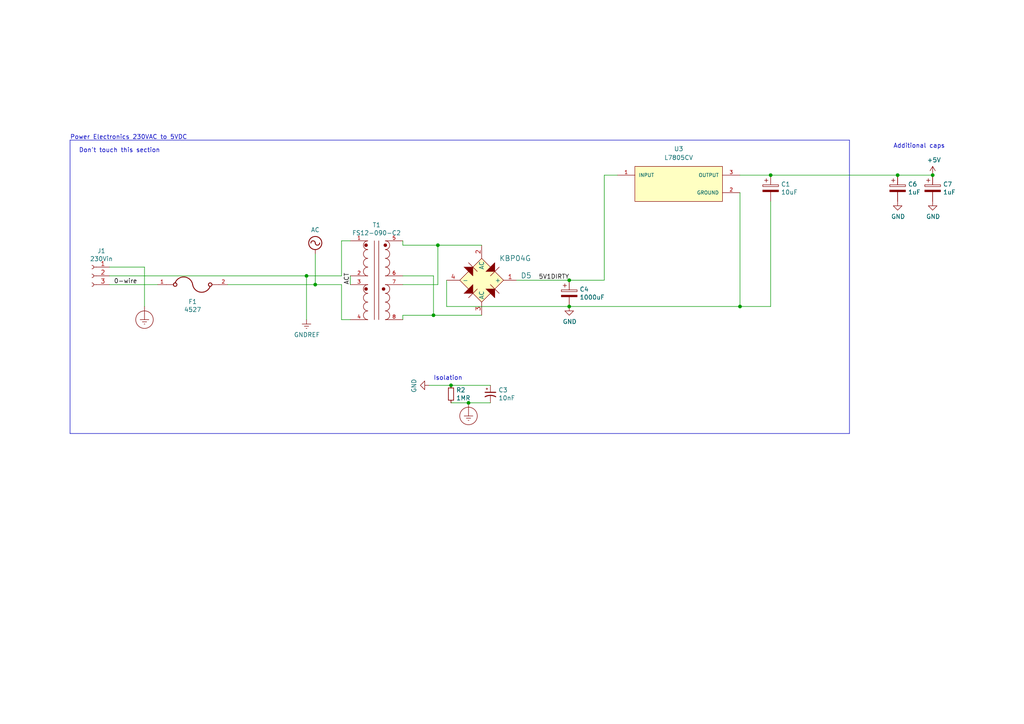
<source format=kicad_sch>
(kicad_sch (version 20230121) (generator eeschema)

  (uuid 94d62874-a2ab-4da0-9e73-06ab582cd001)

  (paper "A4")

  (lib_symbols
    (symbol "Connector:Conn_01x03_Female" (pin_names (offset 1.016) hide) (in_bom yes) (on_board yes)
      (property "Reference" "J" (at 0 5.08 0)
        (effects (font (size 1.27 1.27)))
      )
      (property "Value" "Connector_Conn_01x03_Female" (at 0 -5.08 0)
        (effects (font (size 1.27 1.27)))
      )
      (property "Footprint" "" (at 0 0 0)
        (effects (font (size 1.27 1.27)) hide)
      )
      (property "Datasheet" "" (at 0 0 0)
        (effects (font (size 1.27 1.27)) hide)
      )
      (property "ki_fp_filters" "Connector*:*_1x??_*" (at 0 0 0)
        (effects (font (size 1.27 1.27)) hide)
      )
      (symbol "Conn_01x03_Female_1_1"
        (arc (start 0 -2.032) (mid -0.5058 -2.54) (end 0 -3.048)
          (stroke (width 0.1524) (type solid))
          (fill (type none))
        )
        (polyline
          (pts
            (xy -1.27 -2.54)
            (xy -0.508 -2.54)
          )
          (stroke (width 0.1524) (type solid))
          (fill (type none))
        )
        (polyline
          (pts
            (xy -1.27 0)
            (xy -0.508 0)
          )
          (stroke (width 0.1524) (type solid))
          (fill (type none))
        )
        (polyline
          (pts
            (xy -1.27 2.54)
            (xy -0.508 2.54)
          )
          (stroke (width 0.1524) (type solid))
          (fill (type none))
        )
        (arc (start 0 0.508) (mid -0.5058 0) (end 0 -0.508)
          (stroke (width 0.1524) (type solid))
          (fill (type none))
        )
        (arc (start 0 3.048) (mid -0.5058 2.54) (end 0 2.032)
          (stroke (width 0.1524) (type solid))
          (fill (type none))
        )
        (pin passive line (at -5.08 2.54 0) (length 3.81)
          (name "Pin_1" (effects (font (size 1.27 1.27))))
          (number "1" (effects (font (size 1.27 1.27))))
        )
        (pin passive line (at -5.08 0 0) (length 3.81)
          (name "Pin_2" (effects (font (size 1.27 1.27))))
          (number "2" (effects (font (size 1.27 1.27))))
        )
        (pin passive line (at -5.08 -2.54 0) (length 3.81)
          (name "Pin_3" (effects (font (size 1.27 1.27))))
          (number "3" (effects (font (size 1.27 1.27))))
        )
      )
    )
    (symbol "Device:R_Small" (pin_numbers hide) (pin_names (offset 0.254) hide) (in_bom yes) (on_board yes)
      (property "Reference" "R" (at 0.762 0.508 0)
        (effects (font (size 1.27 1.27)) (justify left))
      )
      (property "Value" "R_Small" (at 0.762 -1.016 0)
        (effects (font (size 1.27 1.27)) (justify left))
      )
      (property "Footprint" "" (at 0 0 0)
        (effects (font (size 1.27 1.27)) hide)
      )
      (property "Datasheet" "~" (at 0 0 0)
        (effects (font (size 1.27 1.27)) hide)
      )
      (property "ki_keywords" "R resistor" (at 0 0 0)
        (effects (font (size 1.27 1.27)) hide)
      )
      (property "ki_description" "Resistor, small symbol" (at 0 0 0)
        (effects (font (size 1.27 1.27)) hide)
      )
      (property "ki_fp_filters" "R_*" (at 0 0 0)
        (effects (font (size 1.27 1.27)) hide)
      )
      (symbol "R_Small_0_1"
        (rectangle (start -0.762 1.778) (end 0.762 -1.778)
          (stroke (width 0.2032) (type default))
          (fill (type none))
        )
      )
      (symbol "R_Small_1_1"
        (pin passive line (at 0 2.54 270) (length 0.762)
          (name "~" (effects (font (size 1.27 1.27))))
          (number "1" (effects (font (size 1.27 1.27))))
        )
        (pin passive line (at 0 -2.54 90) (length 0.762)
          (name "~" (effects (font (size 1.27 1.27))))
          (number "2" (effects (font (size 1.27 1.27))))
        )
      )
    )
    (symbol "FS12-090-C2:FS12-090-C2" (pin_names (offset 1.016) hide) (in_bom yes) (on_board yes)
      (property "Reference" "T" (at -5.1054 12.7254 0)
        (effects (font (size 1.27 1.27)) (justify left bottom))
      )
      (property "Value" "FS12-090-C2" (at -5.08 -15.24 0)
        (effects (font (size 1.27 1.27)) (justify left bottom))
      )
      (property "Footprint" "XFMR_FS12-090-C2" (at 0 0 0)
        (effects (font (size 1.27 1.27)) (justify left bottom) hide)
      )
      (property "Datasheet" "" (at 0 0 0)
        (effects (font (size 1.27 1.27)) (justify left bottom) hide)
      )
      (property "STANDARD" "Manufacturer Recommendations" (at 0 0 0)
        (effects (font (size 1.27 1.27)) (justify left bottom) hide)
      )
      (property "PARTREV" "N/A" (at 0 0 0)
        (effects (font (size 1.27 1.27)) (justify left bottom) hide)
      )
      (property "MANUFACTURER" "Triad Magnetics" (at 0 0 0)
        (effects (font (size 1.27 1.27)) (justify left bottom) hide)
      )
      (property "ki_locked" "" (at 0 0 0)
        (effects (font (size 1.27 1.27)))
      )
      (symbol "FS12-090-C2_0_0"
        (circle (center -3.048 -3.81) (radius 0.254)
          (stroke (width 0.508) (type solid))
          (fill (type none))
        )
        (circle (center -3.048 8.89) (radius 0.254)
          (stroke (width 0.508) (type solid))
          (fill (type none))
        )
        (arc (start -2.54 -10.16) (mid -3.8045 -11.43) (end -2.54 -12.7)
          (stroke (width 0.1524) (type solid))
          (fill (type none))
        )
        (arc (start -2.54 -7.62) (mid -3.8045 -8.89) (end -2.54 -10.16)
          (stroke (width 0.1524) (type solid))
          (fill (type none))
        )
        (arc (start -2.54 -5.08) (mid -3.8045 -6.35) (end -2.54 -7.62)
          (stroke (width 0.1524) (type solid))
          (fill (type none))
        )
        (arc (start -2.54 -2.54) (mid -3.8045 -3.81) (end -2.54 -5.08)
          (stroke (width 0.1524) (type solid))
          (fill (type none))
        )
        (arc (start -2.54 2.54) (mid -3.8045 1.27) (end -2.54 0)
          (stroke (width 0.1524) (type solid))
          (fill (type none))
        )
        (arc (start -2.54 5.08) (mid -3.8045 3.81) (end -2.54 2.54)
          (stroke (width 0.1524) (type solid))
          (fill (type none))
        )
        (arc (start -2.54 7.62) (mid -3.8045 6.35) (end -2.54 5.08)
          (stroke (width 0.1524) (type solid))
          (fill (type none))
        )
        (arc (start -2.54 10.16) (mid -3.8045 8.89) (end -2.54 7.62)
          (stroke (width 0.1524) (type solid))
          (fill (type none))
        )
        (polyline
          (pts
            (xy -0.635 10.16)
            (xy -0.635 -12.7)
          )
          (stroke (width 0.1524) (type solid))
          (fill (type none))
        )
        (polyline
          (pts
            (xy 0.635 10.16)
            (xy 0.635 -12.7)
          )
          (stroke (width 0.1524) (type solid))
          (fill (type none))
        )
        (circle (center 2.032 -3.81) (radius 0.254)
          (stroke (width 0.508) (type solid))
          (fill (type none))
        )
        (arc (start 2.54 -12.7) (mid 3.8045 -11.43) (end 2.54 -10.16)
          (stroke (width 0.1524) (type solid))
          (fill (type none))
        )
        (arc (start 2.54 -10.16) (mid 3.8045 -8.89) (end 2.54 -7.62)
          (stroke (width 0.1524) (type solid))
          (fill (type none))
        )
        (arc (start 2.54 -7.62) (mid 3.8045 -6.35) (end 2.54 -5.08)
          (stroke (width 0.1524) (type solid))
          (fill (type none))
        )
        (arc (start 2.54 -5.08) (mid 3.8045 -3.81) (end 2.54 -2.54)
          (stroke (width 0.1524) (type solid))
          (fill (type none))
        )
        (arc (start 2.54 0) (mid 3.8045 1.27) (end 2.54 2.54)
          (stroke (width 0.1524) (type solid))
          (fill (type none))
        )
        (arc (start 2.54 2.54) (mid 3.8045 3.81) (end 2.54 5.08)
          (stroke (width 0.1524) (type solid))
          (fill (type none))
        )
        (arc (start 2.54 5.08) (mid 3.8045 6.35) (end 2.54 7.62)
          (stroke (width 0.1524) (type solid))
          (fill (type none))
        )
        (arc (start 2.54 7.62) (mid 3.8045 8.89) (end 2.54 10.16)
          (stroke (width 0.1524) (type solid))
          (fill (type none))
        )
        (circle (center 2.54 8.89) (radius 0.254)
          (stroke (width 0.508) (type solid))
          (fill (type none))
        )
        (pin passive line (at -7.62 10.16 0) (length 5.08)
          (name "~" (effects (font (size 1.016 1.016))))
          (number "1" (effects (font (size 1.016 1.016))))
        )
        (pin passive line (at -7.62 0 0) (length 5.08)
          (name "~" (effects (font (size 1.016 1.016))))
          (number "2" (effects (font (size 1.016 1.016))))
        )
        (pin passive line (at -7.62 -2.54 0) (length 5.08)
          (name "~" (effects (font (size 1.016 1.016))))
          (number "3" (effects (font (size 1.016 1.016))))
        )
        (pin passive line (at -7.62 -12.7 0) (length 5.08)
          (name "~" (effects (font (size 1.016 1.016))))
          (number "4" (effects (font (size 1.016 1.016))))
        )
        (pin passive line (at 7.62 10.16 180) (length 5.08)
          (name "~" (effects (font (size 1.016 1.016))))
          (number "5" (effects (font (size 1.016 1.016))))
        )
        (pin passive line (at 7.62 0 180) (length 5.08)
          (name "~" (effects (font (size 1.016 1.016))))
          (number "6" (effects (font (size 1.016 1.016))))
        )
        (pin passive line (at 7.62 -2.54 180) (length 5.08)
          (name "~" (effects (font (size 1.016 1.016))))
          (number "7" (effects (font (size 1.016 1.016))))
        )
        (pin passive line (at 7.62 -12.7 180) (length 5.08)
          (name "~" (effects (font (size 1.016 1.016))))
          (number "8" (effects (font (size 1.016 1.016))))
        )
      )
    )
    (symbol "L7805CV:L7805CV" (pin_names (offset 1.016)) (in_bom yes) (on_board yes)
      (property "Reference" "U" (at -12.7 5.842 0)
        (effects (font (size 1.27 1.27)) (justify left bottom))
      )
      (property "Value" "L7805CV" (at -12.7 -7.62 0)
        (effects (font (size 1.27 1.27)) (justify left bottom))
      )
      (property "Footprint" "L7805CV:TO255P1040X460X1968-3" (at 0 0 0)
        (effects (font (size 1.27 1.27)) (justify bottom) hide)
      )
      (property "Datasheet" "" (at 0 0 0)
        (effects (font (size 1.27 1.27)) hide)
      )
      (property "MF" "STMicroelectronics" (at 0 0 0)
        (effects (font (size 1.27 1.27)) (justify bottom) hide)
      )
      (property "Description" "\n                        \n                            Linear Voltage Regulator IC Positive Fixed 1 Output  1.5A TO-220\n                        \n" (at 0 0 0)
        (effects (font (size 1.27 1.27)) (justify bottom) hide)
      )
      (property "Package" "TO-220-3 STMicroelectronics" (at 0 0 0)
        (effects (font (size 1.27 1.27)) (justify bottom) hide)
      )
      (property "Price" "None" (at 0 0 0)
        (effects (font (size 1.27 1.27)) (justify bottom) hide)
      )
      (property "Check_prices" "https://www.snapeda.com/parts/L7805C-V/STMicroelectronics/view-part/?ref=eda" (at 0 0 0)
        (effects (font (size 1.27 1.27)) (justify bottom) hide)
      )
      (property "STANDARD" "IPC-7351B" (at 0 0 0)
        (effects (font (size 1.27 1.27)) (justify bottom) hide)
      )
      (property "PARTREV" "36" (at 0 0 0)
        (effects (font (size 1.27 1.27)) (justify bottom) hide)
      )
      (property "SnapEDA_Link" "https://www.snapeda.com/parts/L7805C-V/STMicroelectronics/view-part/?ref=snap" (at 0 0 0)
        (effects (font (size 1.27 1.27)) (justify bottom) hide)
      )
      (property "MP" "L7805C-V" (at 0 0 0)
        (effects (font (size 1.27 1.27)) (justify bottom) hide)
      )
      (property "Availability" "In Stock" (at 0 0 0)
        (effects (font (size 1.27 1.27)) (justify bottom) hide)
      )
      (property "MANUFACTURER" "STMicroelectronics" (at 0 0 0)
        (effects (font (size 1.27 1.27)) (justify bottom) hide)
      )
      (symbol "L7805CV_0_0"
        (rectangle (start -12.7 -5.08) (end 12.7 5.08)
          (stroke (width 0.1524) (type default))
          (fill (type background))
        )
        (pin input line (at -17.78 2.54 0) (length 5.08)
          (name "INPUT" (effects (font (size 1.016 1.016))))
          (number "1" (effects (font (size 1.016 1.016))))
        )
        (pin power_in line (at 17.78 -2.54 180) (length 5.08)
          (name "GROUND" (effects (font (size 1.016 1.016))))
          (number "2" (effects (font (size 1.016 1.016))))
        )
        (pin output line (at 17.78 2.54 180) (length 5.08)
          (name "OUTPUT" (effects (font (size 1.016 1.016))))
          (number "3" (effects (font (size 1.016 1.016))))
        )
      )
    )
    (symbol "power:+5V" (power) (pin_names (offset 0)) (in_bom yes) (on_board yes)
      (property "Reference" "#PWR" (at 0 -3.81 0)
        (effects (font (size 1.27 1.27)) hide)
      )
      (property "Value" "+5V" (at 0 3.556 0)
        (effects (font (size 1.27 1.27)))
      )
      (property "Footprint" "" (at 0 0 0)
        (effects (font (size 1.27 1.27)) hide)
      )
      (property "Datasheet" "" (at 0 0 0)
        (effects (font (size 1.27 1.27)) hide)
      )
      (property "ki_keywords" "global power" (at 0 0 0)
        (effects (font (size 1.27 1.27)) hide)
      )
      (property "ki_description" "Power symbol creates a global label with name \"+5V\"" (at 0 0 0)
        (effects (font (size 1.27 1.27)) hide)
      )
      (symbol "+5V_0_1"
        (polyline
          (pts
            (xy -0.762 1.27)
            (xy 0 2.54)
          )
          (stroke (width 0) (type default))
          (fill (type none))
        )
        (polyline
          (pts
            (xy 0 0)
            (xy 0 2.54)
          )
          (stroke (width 0) (type default))
          (fill (type none))
        )
        (polyline
          (pts
            (xy 0 2.54)
            (xy 0.762 1.27)
          )
          (stroke (width 0) (type default))
          (fill (type none))
        )
      )
      (symbol "+5V_1_1"
        (pin power_in line (at 0 0 90) (length 0) hide
          (name "+5V" (effects (font (size 1.27 1.27))))
          (number "1" (effects (font (size 1.27 1.27))))
        )
      )
    )
    (symbol "power:AC" (power) (pin_names (offset 0)) (in_bom yes) (on_board yes)
      (property "Reference" "#PWR" (at 0 -2.54 0)
        (effects (font (size 1.27 1.27)) hide)
      )
      (property "Value" "AC" (at 0 6.35 0)
        (effects (font (size 1.27 1.27)))
      )
      (property "Footprint" "" (at 0 0 0)
        (effects (font (size 1.27 1.27)) hide)
      )
      (property "Datasheet" "" (at 0 0 0)
        (effects (font (size 1.27 1.27)) hide)
      )
      (property "ki_keywords" "global power" (at 0 0 0)
        (effects (font (size 1.27 1.27)) hide)
      )
      (property "ki_description" "Power symbol creates a global label with name \"AC\"" (at 0 0 0)
        (effects (font (size 1.27 1.27)) hide)
      )
      (symbol "AC_0_1"
        (polyline
          (pts
            (xy 0 0)
            (xy 0 1.27)
          )
          (stroke (width 0) (type default))
          (fill (type none))
        )
        (arc (start 0 3.175) (mid -0.635 3.8073) (end -1.27 3.175)
          (stroke (width 0.254) (type default))
          (fill (type none))
        )
        (arc (start 0 3.175) (mid 0.635 2.5427) (end 1.27 3.175)
          (stroke (width 0.254) (type default))
          (fill (type none))
        )
        (circle (center 0 3.175) (radius 1.905)
          (stroke (width 0.254) (type default))
          (fill (type none))
        )
      )
      (symbol "AC_1_1"
        (pin power_in line (at 0 0 90) (length 0) hide
          (name "AC" (effects (font (size 1.27 1.27))))
          (number "1" (effects (font (size 1.27 1.27))))
        )
      )
    )
    (symbol "power:Earth_Protective" (power) (pin_names (offset 0)) (in_bom yes) (on_board yes)
      (property "Reference" "#PWR" (at 6.35 -6.35 0)
        (effects (font (size 1.27 1.27)) hide)
      )
      (property "Value" "Earth_Protective" (at 11.43 -3.81 0)
        (effects (font (size 1.27 1.27)) hide)
      )
      (property "Footprint" "" (at 0 -2.54 0)
        (effects (font (size 1.27 1.27)) hide)
      )
      (property "Datasheet" "~" (at 0 -2.54 0)
        (effects (font (size 1.27 1.27)) hide)
      )
      (property "ki_keywords" "global ground gnd clean" (at 0 0 0)
        (effects (font (size 1.27 1.27)) hide)
      )
      (property "ki_description" "Power symbol creates a global label with name \"Earth_Protective\"" (at 0 0 0)
        (effects (font (size 1.27 1.27)) hide)
      )
      (symbol "Earth_Protective_0_1"
        (circle (center 0 -3.81) (radius 2.54)
          (stroke (width 0) (type default))
          (fill (type none))
        )
        (polyline
          (pts
            (xy -0.635 -4.445)
            (xy 0.635 -4.445)
          )
          (stroke (width 0) (type default))
          (fill (type none))
        )
        (polyline
          (pts
            (xy -0.127 -5.08)
            (xy 0.127 -5.08)
          )
          (stroke (width 0) (type default))
          (fill (type none))
        )
        (polyline
          (pts
            (xy 0 -3.81)
            (xy 0 0)
          )
          (stroke (width 0) (type default))
          (fill (type none))
        )
        (polyline
          (pts
            (xy 1.27 -3.81)
            (xy -1.27 -3.81)
          )
          (stroke (width 0) (type default))
          (fill (type none))
        )
      )
      (symbol "Earth_Protective_1_1"
        (pin power_in line (at 0 0 270) (length 0) hide
          (name "Earth_Protective" (effects (font (size 1.27 1.27))))
          (number "1" (effects (font (size 1.27 1.27))))
        )
      )
    )
    (symbol "power:GND" (power) (pin_names (offset 0)) (in_bom yes) (on_board yes)
      (property "Reference" "#PWR" (at 0 -6.35 0)
        (effects (font (size 1.27 1.27)) hide)
      )
      (property "Value" "GND" (at 0 -3.81 0)
        (effects (font (size 1.27 1.27)))
      )
      (property "Footprint" "" (at 0 0 0)
        (effects (font (size 1.27 1.27)) hide)
      )
      (property "Datasheet" "" (at 0 0 0)
        (effects (font (size 1.27 1.27)) hide)
      )
      (property "ki_keywords" "global power" (at 0 0 0)
        (effects (font (size 1.27 1.27)) hide)
      )
      (property "ki_description" "Power symbol creates a global label with name \"GND\" , ground" (at 0 0 0)
        (effects (font (size 1.27 1.27)) hide)
      )
      (symbol "GND_0_1"
        (polyline
          (pts
            (xy 0 0)
            (xy 0 -1.27)
            (xy 1.27 -1.27)
            (xy 0 -2.54)
            (xy -1.27 -1.27)
            (xy 0 -1.27)
          )
          (stroke (width 0) (type default))
          (fill (type none))
        )
      )
      (symbol "GND_1_1"
        (pin power_in line (at 0 0 270) (length 0) hide
          (name "GND" (effects (font (size 1.27 1.27))))
          (number "1" (effects (font (size 1.27 1.27))))
        )
      )
    )
    (symbol "power:GNDREF" (power) (pin_names (offset 0)) (in_bom yes) (on_board yes)
      (property "Reference" "#PWR" (at 0 -6.35 0)
        (effects (font (size 1.27 1.27)) hide)
      )
      (property "Value" "GNDREF" (at 0 -3.81 0)
        (effects (font (size 1.27 1.27)))
      )
      (property "Footprint" "" (at 0 0 0)
        (effects (font (size 1.27 1.27)) hide)
      )
      (property "Datasheet" "" (at 0 0 0)
        (effects (font (size 1.27 1.27)) hide)
      )
      (property "ki_keywords" "global power" (at 0 0 0)
        (effects (font (size 1.27 1.27)) hide)
      )
      (property "ki_description" "Power symbol creates a global label with name \"GNDREF\" , reference supply ground" (at 0 0 0)
        (effects (font (size 1.27 1.27)) hide)
      )
      (symbol "GNDREF_0_1"
        (polyline
          (pts
            (xy -0.635 -1.905)
            (xy 0.635 -1.905)
          )
          (stroke (width 0) (type default))
          (fill (type none))
        )
        (polyline
          (pts
            (xy -0.127 -2.54)
            (xy 0.127 -2.54)
          )
          (stroke (width 0) (type default))
          (fill (type none))
        )
        (polyline
          (pts
            (xy 0 -1.27)
            (xy 0 0)
          )
          (stroke (width 0) (type default))
          (fill (type none))
        )
        (polyline
          (pts
            (xy 1.27 -1.27)
            (xy -1.27 -1.27)
          )
          (stroke (width 0) (type default))
          (fill (type none))
        )
      )
      (symbol "GNDREF_1_1"
        (pin power_in line (at 0 0 270) (length 0) hide
          (name "GNDREF" (effects (font (size 1.27 1.27))))
          (number "1" (effects (font (size 1.27 1.27))))
        )
      )
    )
    (symbol "varaajamonitori-rescue:4527-4527" (pin_names (offset 1.016) hide) (in_bom yes) (on_board yes)
      (property "Reference" "F" (at -5.08 2.54 0)
        (effects (font (size 1.27 1.27)) (justify left bottom))
      )
      (property "Value" "4527-4527" (at -5.08 -5.08 0)
        (effects (font (size 1.27 1.27)) (justify left bottom))
      )
      (property "Footprint" "FUSE_4527" (at 0 0 0)
        (effects (font (size 1.27 1.27)) (justify left bottom) hide)
      )
      (property "Datasheet" "" (at 0 0 0)
        (effects (font (size 1.27 1.27)) (justify left bottom) hide)
      )
      (property "PARTREV" "B" (at 0 0 0)
        (effects (font (size 1.27 1.27)) (justify left bottom) hide)
      )
      (property "STANDARD" "Manufacturer Recommendations" (at 0 0 0)
        (effects (font (size 1.27 1.27)) (justify left bottom) hide)
      )
      (property "MANUFACTURER" "KEYSTONE" (at 0 0 0)
        (effects (font (size 1.27 1.27)) (justify left bottom) hide)
      )
      (property "ki_locked" "" (at 0 0 0)
        (effects (font (size 1.27 1.27)))
      )
      (symbol "4527-4527_0_0"
        (circle (center -5.08 0) (radius 0.508)
          (stroke (width 0.254) (type solid))
          (fill (type none))
        )
        (arc (start 0 0) (mid -2.3504 2.2064) (end -5.08 0.508)
          (stroke (width 0.254) (type solid))
          (fill (type none))
        )
        (polyline
          (pts
            (xy -7.62 0)
            (xy -5.588 0)
          )
          (stroke (width 0.1524) (type solid))
          (fill (type none))
        )
        (polyline
          (pts
            (xy 5.588 0)
            (xy 7.62 0)
          )
          (stroke (width 0.1524) (type solid))
          (fill (type none))
        )
        (arc (start 0 0) (mid 2.3504 -2.2064) (end 5.08 -0.508)
          (stroke (width 0.254) (type solid))
          (fill (type none))
        )
        (circle (center 5.08 0) (radius 0.508)
          (stroke (width 0.254) (type solid))
          (fill (type none))
        )
        (pin passive line (at -10.16 0 0) (length 2.54)
          (name "~" (effects (font (size 1.016 1.016))))
          (number "1" (effects (font (size 1.016 1.016))))
        )
        (pin passive line (at 10.16 0 180) (length 2.54)
          (name "~" (effects (font (size 1.016 1.016))))
          (number "2" (effects (font (size 1.016 1.016))))
        )
      )
    )
    (symbol "varaajamonitori-rescue:CP-Device" (pin_numbers hide) (pin_names (offset 0.254)) (in_bom yes) (on_board yes)
      (property "Reference" "C" (at 0.635 2.54 0)
        (effects (font (size 1.27 1.27)) (justify left))
      )
      (property "Value" "CP-Device" (at 0.635 -2.54 0)
        (effects (font (size 1.27 1.27)) (justify left))
      )
      (property "Footprint" "" (at 0.9652 -3.81 0)
        (effects (font (size 1.27 1.27)) hide)
      )
      (property "Datasheet" "" (at 0 0 0)
        (effects (font (size 1.27 1.27)) hide)
      )
      (property "ki_fp_filters" "CP_*" (at 0 0 0)
        (effects (font (size 1.27 1.27)) hide)
      )
      (symbol "CP-Device_0_1"
        (rectangle (start -2.286 0.508) (end 2.286 1.016)
          (stroke (width 0) (type solid))
          (fill (type none))
        )
        (polyline
          (pts
            (xy -1.778 2.286)
            (xy -0.762 2.286)
          )
          (stroke (width 0) (type solid))
          (fill (type none))
        )
        (polyline
          (pts
            (xy -1.27 2.794)
            (xy -1.27 1.778)
          )
          (stroke (width 0) (type solid))
          (fill (type none))
        )
        (rectangle (start 2.286 -0.508) (end -2.286 -1.016)
          (stroke (width 0) (type solid))
          (fill (type outline))
        )
      )
      (symbol "CP-Device_1_1"
        (pin passive line (at 0 3.81 270) (length 2.794)
          (name "~" (effects (font (size 1.27 1.27))))
          (number "1" (effects (font (size 1.27 1.27))))
        )
        (pin passive line (at 0 -3.81 90) (length 2.794)
          (name "~" (effects (font (size 1.27 1.27))))
          (number "2" (effects (font (size 1.27 1.27))))
        )
      )
    )
    (symbol "varaajamonitori-rescue:CP1_Small-Device" (pin_numbers hide) (pin_names (offset 0.254) hide) (in_bom yes) (on_board yes)
      (property "Reference" "C" (at 0.254 1.778 0)
        (effects (font (size 1.27 1.27)) (justify left))
      )
      (property "Value" "CP1_Small-Device" (at 0.254 -2.032 0)
        (effects (font (size 1.27 1.27)) (justify left))
      )
      (property "Footprint" "" (at 0 0 0)
        (effects (font (size 1.27 1.27)) hide)
      )
      (property "Datasheet" "" (at 0 0 0)
        (effects (font (size 1.27 1.27)) hide)
      )
      (property "ki_fp_filters" "CP_*" (at 0 0 0)
        (effects (font (size 1.27 1.27)) hide)
      )
      (symbol "CP1_Small-Device_0_1"
        (polyline
          (pts
            (xy -1.524 0.508)
            (xy 1.524 0.508)
          )
          (stroke (width 0.3048) (type solid))
          (fill (type none))
        )
        (polyline
          (pts
            (xy -1.27 1.524)
            (xy -0.762 1.524)
          )
          (stroke (width 0) (type solid))
          (fill (type none))
        )
        (polyline
          (pts
            (xy -1.016 1.27)
            (xy -1.016 1.778)
          )
          (stroke (width 0) (type solid))
          (fill (type none))
        )
        (arc (start 1.524 -0.762) (mid 0 -0.3734) (end -1.524 -0.762)
          (stroke (width 0.3048) (type solid))
          (fill (type none))
        )
      )
      (symbol "CP1_Small-Device_1_1"
        (pin passive line (at 0 2.54 270) (length 2.032)
          (name "~" (effects (font (size 1.27 1.27))))
          (number "1" (effects (font (size 1.27 1.27))))
        )
        (pin passive line (at 0 -2.54 90) (length 2.032)
          (name "~" (effects (font (size 1.27 1.27))))
          (number "2" (effects (font (size 1.27 1.27))))
        )
      )
    )
    (symbol "varaajamonitori-rescue:KBP04G-dk_Diodes-Bridge-Rectifiers" (pin_names (offset 0.762)) (in_bom yes) (on_board yes)
      (property "Reference" "D" (at -7.62 6.35 0)
        (effects (font (size 1.524 1.524)) (justify left))
      )
      (property "Value" "KBP04G-dk_Diodes-Bridge-Rectifiers" (at 1.27 -7.62 0)
        (effects (font (size 1.524 1.524)) (justify left))
      )
      (property "Footprint" "digikey-footprints:SIP-4_W3.81mm" (at 5.08 5.08 0)
        (effects (font (size 1.524 1.524)) (justify left) hide)
      )
      (property "Datasheet" "https://www.diodes.com/assets/Datasheets/ds21203.pdf" (at 5.08 7.62 0)
        (effects (font (size 1.524 1.524)) (justify left) hide)
      )
      (property "Digi-Key_PN" "KBP04G-ND" (at 5.08 10.16 0)
        (effects (font (size 1.524 1.524)) (justify left) hide)
      )
      (property "MPN" "KBP04G" (at 5.08 12.7 0)
        (effects (font (size 1.524 1.524)) (justify left) hide)
      )
      (property "Category" "Discrete Semiconductor Products" (at 5.08 15.24 0)
        (effects (font (size 1.524 1.524)) (justify left) hide)
      )
      (property "Family" "Diodes - Bridge Rectifiers" (at 5.08 17.78 0)
        (effects (font (size 1.524 1.524)) (justify left) hide)
      )
      (property "DK_Datasheet_Link" "https://www.diodes.com/assets/Datasheets/ds21203.pdf" (at 5.08 20.32 0)
        (effects (font (size 1.524 1.524)) (justify left) hide)
      )
      (property "DK_Detail_Page" "/product-detail/en/diodes-incorporated/KBP04G/KBP04G-ND/248716" (at 5.08 22.86 0)
        (effects (font (size 1.524 1.524)) (justify left) hide)
      )
      (property "Description" "BRIDGE RECT 1PHASE 400V 1.5A KBP" (at 5.08 25.4 0)
        (effects (font (size 1.524 1.524)) (justify left) hide)
      )
      (property "Manufacturer" "Diodes Incorporated" (at 5.08 27.94 0)
        (effects (font (size 1.524 1.524)) (justify left) hide)
      )
      (property "Status" "Active" (at 5.08 30.48 0)
        (effects (font (size 1.524 1.524)) (justify left) hide)
      )
      (symbol "KBP04G-dk_Diodes-Bridge-Rectifiers_0_1"
        (polyline
          (pts
            (xy -3.81 5.08)
            (xy -1.27 2.54)
          )
          (stroke (width 0) (type solid))
          (fill (type none))
        )
        (polyline
          (pts
            (xy -1.27 -2.54)
            (xy -3.81 -5.08)
          )
          (stroke (width 0) (type solid))
          (fill (type none))
        )
        (polyline
          (pts
            (xy 2.54 -1.27)
            (xy 5.08 -3.81)
          )
          (stroke (width 0) (type solid))
          (fill (type none))
        )
        (polyline
          (pts
            (xy 5.08 3.81)
            (xy 2.54 1.27)
          )
          (stroke (width 0) (type solid))
          (fill (type none))
        )
        (polyline
          (pts
            (xy -5.08 -3.81)
            (xy -2.54 -1.27)
            (xy -2.54 -3.81)
            (xy -5.08 -3.81)
          )
          (stroke (width 0) (type solid))
          (fill (type outline))
        )
        (polyline
          (pts
            (xy -5.08 3.81)
            (xy -2.54 1.27)
            (xy -2.54 3.81)
            (xy -5.08 3.81)
          )
          (stroke (width 0) (type solid))
          (fill (type outline))
        )
        (polyline
          (pts
            (xy 1.27 -2.54)
            (xy 3.81 -5.08)
            (xy 3.81 -2.54)
            (xy 1.27 -2.54)
          )
          (stroke (width 0) (type solid))
          (fill (type outline))
        )
        (polyline
          (pts
            (xy 1.27 2.54)
            (xy 3.81 5.08)
            (xy 3.81 2.54)
            (xy 1.27 2.54)
          )
          (stroke (width 0) (type solid))
          (fill (type outline))
        )
        (polyline
          (pts
            (xy 0 -6.35)
            (xy -6.35 0)
            (xy 0 6.35)
            (xy 6.35 0)
            (xy 0 -6.35)
          )
          (stroke (width 0) (type solid))
          (fill (type background))
        )
      )
      (symbol "KBP04G-dk_Diodes-Bridge-Rectifiers_1_1"
        (pin power_out line (at 10.16 0 180) (length 3.81)
          (name "+" (effects (font (size 1.27 1.27))))
          (number "1" (effects (font (size 1.27 1.27))))
        )
        (pin power_in line (at 0 10.16 270) (length 3.81)
          (name "AC" (effects (font (size 1.27 1.27))))
          (number "2" (effects (font (size 1.27 1.27))))
        )
        (pin power_in line (at 0 -10.16 90) (length 3.81)
          (name "AC" (effects (font (size 1.27 1.27))))
          (number "3" (effects (font (size 1.27 1.27))))
        )
        (pin power_out line (at -10.16 0 0) (length 3.81)
          (name "-" (effects (font (size 1.27 1.27))))
          (number "4" (effects (font (size 1.27 1.27))))
        )
      )
    )
  )

  (junction (at 165.1 88.9) (diameter 0) (color 0 0 0 0)
    (uuid 09c233a7-293a-42b2-a9e4-2897e820208c)
  )
  (junction (at 88.9 80.01) (diameter 0) (color 0 0 0 0)
    (uuid 10f785b8-cf84-412c-aa5e-c397f5a3891f)
  )
  (junction (at 214.63 88.9) (diameter 0) (color 0 0 0 0)
    (uuid 33319d7d-b339-4b11-abda-f2968fc82066)
  )
  (junction (at 127 71.12) (diameter 0) (color 0 0 0 0)
    (uuid 37cc6d19-f8a1-497d-bf54-936448b20101)
  )
  (junction (at 260.35 50.8) (diameter 0) (color 0 0 0 0)
    (uuid 388af4e1-b03b-407f-8d1e-0fd92548529f)
  )
  (junction (at 270.51 50.8) (diameter 0) (color 0 0 0 0)
    (uuid 63ba2b7e-a35d-4c12-aa87-1264f77d7017)
  )
  (junction (at 125.73 91.44) (diameter 0) (color 0 0 0 0)
    (uuid 653eb7ca-fa22-4ccc-914c-541688718d2c)
  )
  (junction (at 165.1 81.28) (diameter 0) (color 0 0 0 0)
    (uuid 7a306944-6b31-4add-a41d-ba969f8fbc7c)
  )
  (junction (at 130.81 111.76) (diameter 0) (color 0 0 0 0)
    (uuid 7a37692d-8e0e-4efb-9c0f-f78dd2a550ac)
  )
  (junction (at 135.89 116.84) (diameter 0) (color 0 0 0 0)
    (uuid bb5cb021-0f6d-4b6e-9c89-99079a307046)
  )
  (junction (at 91.44 82.55) (diameter 0) (color 0 0 0 0)
    (uuid e508d9f5-99d9-45db-ba96-dabbe5c2bd55)
  )
  (junction (at 223.52 50.8) (diameter 0) (color 0 0 0 0)
    (uuid ff2a3718-83fb-4b0b-ac87-dd65f6d77097)
  )

  (wire (pts (xy 130.81 111.76) (xy 142.24 111.76))
    (stroke (width 0) (type default))
    (uuid 0079aea2-7988-4681-a03d-ec2fa16acac9)
  )
  (wire (pts (xy 125.73 91.44) (xy 139.7 91.44))
    (stroke (width 0) (type default))
    (uuid 00a64ad7-4440-416b-bdcb-58940ce290ea)
  )
  (wire (pts (xy 116.84 71.12) (xy 127 71.12))
    (stroke (width 0) (type default))
    (uuid 023bf0a8-224d-4765-9dd1-17b7d2f2b338)
  )
  (wire (pts (xy 214.63 55.88) (xy 214.63 88.9))
    (stroke (width 0) (type default))
    (uuid 046be024-981e-48d8-8873-aa8777a4fedc)
  )
  (wire (pts (xy 101.6 80.01) (xy 101.6 82.55))
    (stroke (width 0) (type default))
    (uuid 1165e47b-5cc7-484f-adb4-32cdb32f8741)
  )
  (wire (pts (xy 175.26 50.8) (xy 175.26 81.28))
    (stroke (width 0) (type default))
    (uuid 1493baed-1478-4e71-911c-cffa2c72bfb4)
  )
  (wire (pts (xy 129.54 88.9) (xy 165.1 88.9))
    (stroke (width 0) (type default))
    (uuid 163d6eb5-9bbd-480a-9878-3de321bae637)
  )
  (polyline (pts (xy 246.38 40.64) (xy 20.32 40.64))
    (stroke (width 0) (type default))
    (uuid 1ac67fdc-3378-45b8-aa8c-5492963e1729)
  )

  (wire (pts (xy 129.54 81.28) (xy 129.54 88.9))
    (stroke (width 0) (type default))
    (uuid 1efba3f2-d3ad-44ae-999f-4362bc4edb3d)
  )
  (wire (pts (xy 116.84 71.12) (xy 116.84 69.85))
    (stroke (width 0) (type default))
    (uuid 238224b0-ebf2-4aec-885e-3014ec688955)
  )
  (wire (pts (xy 125.73 80.01) (xy 125.73 91.44))
    (stroke (width 0) (type default))
    (uuid 23c0825a-25cf-4de5-930e-35cba1180876)
  )
  (wire (pts (xy 175.26 50.8) (xy 179.07 50.8))
    (stroke (width 0) (type default))
    (uuid 25044495-4551-46f8-9a89-b2d28c883156)
  )
  (wire (pts (xy 91.44 82.55) (xy 99.06 82.55))
    (stroke (width 0) (type default))
    (uuid 288fe60f-551f-407b-9c68-3b3dc53793ab)
  )
  (wire (pts (xy 165.1 81.28) (xy 175.26 81.28))
    (stroke (width 0) (type default))
    (uuid 323e40f1-a91b-4532-a649-8aa2702db04a)
  )
  (wire (pts (xy 99.06 69.85) (xy 99.06 80.01))
    (stroke (width 0) (type default))
    (uuid 32f00d15-c124-433c-ae6e-8f1ef35802f8)
  )
  (wire (pts (xy 165.1 88.9) (xy 214.63 88.9))
    (stroke (width 0) (type default))
    (uuid 45f7caae-93b2-4dd8-96d4-f54e12b260aa)
  )
  (wire (pts (xy 116.84 82.55) (xy 127 82.55))
    (stroke (width 0) (type default))
    (uuid 4edf071e-e1a0-4bc8-9116-03febc7e48de)
  )
  (wire (pts (xy 101.6 92.71) (xy 99.06 92.71))
    (stroke (width 0) (type default))
    (uuid 570bb641-e165-427b-8d1c-108726684135)
  )
  (wire (pts (xy 31.75 80.01) (xy 88.9 80.01))
    (stroke (width 0) (type default))
    (uuid 5804f4ab-fd3c-444d-a7d6-f0ad8aad0025)
  )
  (wire (pts (xy 260.35 50.8) (xy 270.51 50.8))
    (stroke (width 0) (type default))
    (uuid 60f95748-1cfd-4b33-bf9e-6b61ed5763cf)
  )
  (wire (pts (xy 91.44 73.66) (xy 91.44 82.55))
    (stroke (width 0) (type default))
    (uuid 619346ed-5e48-4448-a8bd-d8527333214f)
  )
  (wire (pts (xy 88.9 80.01) (xy 88.9 92.71))
    (stroke (width 0) (type default))
    (uuid 6e76df54-36d9-402f-9f4d-6bb3af2e5805)
  )
  (wire (pts (xy 214.63 50.8) (xy 223.52 50.8))
    (stroke (width 0) (type default))
    (uuid 7a38f09e-cdee-4874-9577-d20044fb1bc7)
  )
  (wire (pts (xy 127 71.12) (xy 139.7 71.12))
    (stroke (width 0) (type default))
    (uuid 7b1cdf7f-6441-4e28-b649-ef93c6fbb669)
  )
  (wire (pts (xy 41.91 77.47) (xy 41.91 88.9))
    (stroke (width 0) (type default))
    (uuid 8eb78ee9-fc84-4105-b007-2cee30f47fbc)
  )
  (wire (pts (xy 149.86 81.28) (xy 165.1 81.28))
    (stroke (width 0) (type default))
    (uuid 94e5d1b7-2502-4a34-988b-9a9ac9c227ea)
  )
  (wire (pts (xy 124.46 111.76) (xy 130.81 111.76))
    (stroke (width 0) (type default))
    (uuid 956dd861-47ad-4c1f-b4c8-bf3894fa3d63)
  )
  (wire (pts (xy 130.81 116.84) (xy 135.89 116.84))
    (stroke (width 0) (type default))
    (uuid a265b0d9-040a-4a3f-bf9d-f1f9f6049ef9)
  )
  (wire (pts (xy 223.52 50.8) (xy 260.35 50.8))
    (stroke (width 0) (type default))
    (uuid a7a54708-e069-4dc8-bc0a-34e1f5493e14)
  )
  (wire (pts (xy 66.04 82.55) (xy 91.44 82.55))
    (stroke (width 0) (type default))
    (uuid af285e75-e2d0-4d94-be9c-5d4d581a57da)
  )
  (wire (pts (xy 31.75 77.47) (xy 41.91 77.47))
    (stroke (width 0) (type default))
    (uuid af555820-2552-48b5-9721-3aca0c255c1a)
  )
  (polyline (pts (xy 20.32 40.64) (xy 20.32 125.73))
    (stroke (width 0) (type default))
    (uuid b2de66b2-c058-47b7-9927-16f07546a7b5)
  )

  (wire (pts (xy 45.72 82.55) (xy 31.75 82.55))
    (stroke (width 0) (type default))
    (uuid b32ab788-c5e3-47a8-a1ed-7caa6f9d0ad8)
  )
  (wire (pts (xy 127 82.55) (xy 127 71.12))
    (stroke (width 0) (type default))
    (uuid b9197f08-2eaf-409e-a4f1-b810c4771882)
  )
  (wire (pts (xy 116.84 91.44) (xy 125.73 91.44))
    (stroke (width 0) (type default))
    (uuid c09b09a0-f098-4040-ad2c-cd1678e22495)
  )
  (wire (pts (xy 99.06 82.55) (xy 99.06 92.71))
    (stroke (width 0) (type default))
    (uuid c11db7b7-ab3c-4943-a40b-53a5cf134d3a)
  )
  (wire (pts (xy 135.89 116.84) (xy 142.24 116.84))
    (stroke (width 0) (type default))
    (uuid c31a5cce-23a3-4aab-b74e-26ad80c3107a)
  )
  (wire (pts (xy 223.52 58.42) (xy 223.52 88.9))
    (stroke (width 0) (type default))
    (uuid ce9a9987-1005-414d-a2cf-9826448f8795)
  )
  (polyline (pts (xy 20.32 125.73) (xy 246.38 125.73))
    (stroke (width 0) (type default))
    (uuid d46846f0-f540-48fa-8fa8-73c0e80c050d)
  )
  (polyline (pts (xy 246.38 125.73) (xy 246.38 40.64))
    (stroke (width 0) (type default))
    (uuid d5886aa6-0bf4-41d0-a706-19cc7df2ec66)
  )

  (wire (pts (xy 223.52 88.9) (xy 214.63 88.9))
    (stroke (width 0) (type default))
    (uuid e41ff0aa-93da-4ea1-901e-1768fcb36f8a)
  )
  (wire (pts (xy 101.6 69.85) (xy 99.06 69.85))
    (stroke (width 0) (type default))
    (uuid eaf51c45-d57f-4e6b-b4c8-ac8cc570eedb)
  )
  (wire (pts (xy 88.9 80.01) (xy 99.06 80.01))
    (stroke (width 0) (type default))
    (uuid f629835f-ebdb-42a1-9235-23366ee566e4)
  )
  (wire (pts (xy 116.84 91.44) (xy 116.84 92.71))
    (stroke (width 0) (type default))
    (uuid f90d4ae2-30bb-4f98-9228-ec32b9aedf20)
  )
  (wire (pts (xy 125.73 80.01) (xy 116.84 80.01))
    (stroke (width 0) (type default))
    (uuid f9ad5875-2608-4d6c-a327-9dcb39df94e5)
  )

  (text "Don't touch this section" (at 22.86 44.45 0)
    (effects (font (size 1.27 1.27)) (justify left bottom))
    (uuid 008612ce-100e-4ef0-bc72-755fd192b7ff)
  )
  (text "Power Electronics 230VAC to 5VDC" (at 20.32 40.64 0)
    (effects (font (size 1.27 1.27)) (justify left bottom))
    (uuid 27c24f25-5805-418f-a7c8-dbdc22674a20)
  )
  (text "Isolation" (at 125.73 110.49 0)
    (effects (font (size 1.27 1.27)) (justify left bottom))
    (uuid 314fb258-e2ed-4df5-a1f1-97cde993f3f4)
  )
  (text "Additional caps" (at 259.08 43.18 0)
    (effects (font (size 1.27 1.27)) (justify left bottom))
    (uuid f97a39b7-3117-4b4a-bbda-a11dddd396d4)
  )

  (label "ACT" (at 101.6 82.55 90) (fields_autoplaced)
    (effects (font (size 1.27 1.27)) (justify left bottom))
    (uuid 4e4ee2fe-d718-495e-ba02-54cfbc3ad8dd)
  )
  (label "5V1DIRTY" (at 156.21 81.28 0) (fields_autoplaced)
    (effects (font (size 1.27 1.27)) (justify left bottom))
    (uuid 65903f0c-4103-4e16-898a-c16c1d9c99ca)
  )
  (label "0-wire" (at 33.02 82.55 0) (fields_autoplaced)
    (effects (font (size 1.27 1.27)) (justify left bottom))
    (uuid b752743d-bd77-4564-9e0d-ec07bc31172f)
  )

  (symbol (lib_id "L7805CV:L7805CV") (at 196.85 53.34 0) (unit 1)
    (in_bom yes) (on_board yes) (dnp no) (fields_autoplaced)
    (uuid 032b7738-32bd-48cb-8f04-b3d60748b3f9)
    (property "Reference" "U3" (at 196.85 43.18 0)
      (effects (font (size 1.27 1.27)))
    )
    (property "Value" "L7805CV" (at 196.85 45.72 0)
      (effects (font (size 1.27 1.27)))
    )
    (property "Footprint" "varaajamonitori2:TO255P1040X460X1968-3" (at 196.85 53.34 0)
      (effects (font (size 1.27 1.27)) (justify bottom) hide)
    )
    (property "Datasheet" "" (at 196.85 53.34 0)
      (effects (font (size 1.27 1.27)) hide)
    )
    (property "MF" "STMicroelectronics" (at 196.85 53.34 0)
      (effects (font (size 1.27 1.27)) (justify bottom) hide)
    )
    (property "Description" "\n                        \n                            Linear Voltage Regulator IC Positive Fixed 1 Output  1.5A TO-220\n                        \n" (at 196.85 53.34 0)
      (effects (font (size 1.27 1.27)) (justify bottom) hide)
    )
    (property "Package" "TO-220-3 STMicroelectronics" (at 196.85 53.34 0)
      (effects (font (size 1.27 1.27)) (justify bottom) hide)
    )
    (property "Price" "None" (at 196.85 53.34 0)
      (effects (font (size 1.27 1.27)) (justify bottom) hide)
    )
    (property "Check_prices" "https://www.snapeda.com/parts/L7805C-V/STMicroelectronics/view-part/?ref=eda" (at 196.85 53.34 0)
      (effects (font (size 1.27 1.27)) (justify bottom) hide)
    )
    (property "STANDARD" "IPC-7351B" (at 196.85 53.34 0)
      (effects (font (size 1.27 1.27)) (justify bottom) hide)
    )
    (property "PARTREV" "36" (at 196.85 53.34 0)
      (effects (font (size 1.27 1.27)) (justify bottom) hide)
    )
    (property "SnapEDA_Link" "https://www.snapeda.com/parts/L7805C-V/STMicroelectronics/view-part/?ref=snap" (at 196.85 53.34 0)
      (effects (font (size 1.27 1.27)) (justify bottom) hide)
    )
    (property "MP" "L7805C-V" (at 196.85 53.34 0)
      (effects (font (size 1.27 1.27)) (justify bottom) hide)
    )
    (property "Availability" "" (at 196.85 53.34 0)
      (effects (font (size 1.27 1.27)) (justify bottom) hide)
    )
    (property "MANUFACTURER" "STMicroelectronics" (at 196.85 53.34 0)
      (effects (font (size 1.27 1.27)) (justify bottom) hide)
    )
    (property "Digi-Key_PN" "497-1443-5-ND" (at 196.85 53.34 0)
      (effects (font (size 1.27 1.27)) hide)
    )
    (pin "2" (uuid dd413d36-3c17-44ff-9e5b-b3129cc6277d))
    (pin "3" (uuid 8b618456-cb3d-4436-be3e-e78be8f36aef))
    (pin "1" (uuid 03aede0d-239a-411a-9294-413c0ca2fc1b))
    (instances
      (project "varaajamonitori"
        (path "/f130c31c-315f-477b-9a38-5a4be0e8af48"
          (reference "U3") (unit 1)
        )
        (path "/f130c31c-315f-477b-9a38-5a4be0e8af48/770a1e84-0020-461e-95d1-58213680c0ef"
          (reference "U3") (unit 1)
        )
      )
    )
  )

  (symbol (lib_id "varaajamonitori-rescue:4527-4527") (at 55.88 82.55 0) (unit 1)
    (in_bom yes) (on_board yes) (dnp no)
    (uuid 09364de1-e846-46b2-a188-f0410fd5324c)
    (property "Reference" "F1" (at 55.88 87.503 0)
      (effects (font (size 1.27 1.27)))
    )
    (property "Value" "4527" (at 55.88 89.8144 0)
      (effects (font (size 1.27 1.27)))
    )
    (property "Footprint" "FUSE_4527" (at 55.88 82.55 0)
      (effects (font (size 1.27 1.27)) (justify left bottom) hide)
    )
    (property "Datasheet" "" (at 55.88 82.55 0)
      (effects (font (size 1.27 1.27)) (justify left bottom) hide)
    )
    (property "PARTREV" "B" (at 55.88 82.55 0)
      (effects (font (size 1.27 1.27)) (justify left bottom) hide)
    )
    (property "STANDARD" "Manufacturer Recommendations" (at 55.88 82.55 0)
      (effects (font (size 1.27 1.27)) (justify left bottom) hide)
    )
    (property "MANUFACTURER" "KEYSTONE" (at 55.88 82.55 0)
      (effects (font (size 1.27 1.27)) (justify left bottom) hide)
    )
    (pin "1" (uuid 818cc940-ceb1-49dd-914e-df5ee4856530))
    (pin "2" (uuid abd0f1f9-9005-4e7b-8b40-aaf8119224f1))
    (instances
      (project "varaajamonitori"
        (path "/f130c31c-315f-477b-9a38-5a4be0e8af48"
          (reference "F1") (unit 1)
        )
        (path "/f130c31c-315f-477b-9a38-5a4be0e8af48/770a1e84-0020-461e-95d1-58213680c0ef"
          (reference "F1") (unit 1)
        )
      )
    )
  )

  (symbol (lib_id "power:GND") (at 124.46 111.76 270) (unit 1)
    (in_bom yes) (on_board yes) (dnp no)
    (uuid 1a4f3f32-dad7-4a24-b9cf-1843475c29a1)
    (property "Reference" "#PWR08" (at 118.11 111.76 0)
      (effects (font (size 1.27 1.27)) hide)
    )
    (property "Value" "GND" (at 120.0658 111.887 0)
      (effects (font (size 1.27 1.27)))
    )
    (property "Footprint" "" (at 124.46 111.76 0)
      (effects (font (size 1.27 1.27)) hide)
    )
    (property "Datasheet" "" (at 124.46 111.76 0)
      (effects (font (size 1.27 1.27)) hide)
    )
    (pin "1" (uuid e0d52cb2-bb0d-4269-8d03-f711d43982f4))
    (instances
      (project "varaajamonitori"
        (path "/f130c31c-315f-477b-9a38-5a4be0e8af48"
          (reference "#PWR08") (unit 1)
        )
        (path "/f130c31c-315f-477b-9a38-5a4be0e8af48/770a1e84-0020-461e-95d1-58213680c0ef"
          (reference "#PWR08") (unit 1)
        )
      )
    )
  )

  (symbol (lib_id "Device:R_Small") (at 130.81 114.3 180) (unit 1)
    (in_bom yes) (on_board yes) (dnp no)
    (uuid 1ddd3802-0520-4746-9a3b-d6c680d941a0)
    (property "Reference" "R2" (at 132.3086 113.1316 0)
      (effects (font (size 1.27 1.27)) (justify right))
    )
    (property "Value" "1MR" (at 132.3086 115.443 0)
      (effects (font (size 1.27 1.27)) (justify right))
    )
    (property "Footprint" "Resistor_SMD:R_1206_3216Metric_Pad1.30x1.75mm_HandSolder" (at 130.81 114.3 0)
      (effects (font (size 1.27 1.27)) hide)
    )
    (property "Datasheet" "~" (at 130.81 114.3 0)
      (effects (font (size 1.27 1.27)) hide)
    )
    (property "Digi-Key_PN" "3579-CRMA1206AF1M00FKEFTR-ND" (at 130.81 114.3 0)
      (effects (font (size 1.27 1.27)) hide)
    )
    (pin "1" (uuid 747002b7-6c85-4c3a-8a82-71876b3a60d5))
    (pin "2" (uuid 4a3ab0e9-7021-4cf1-bc6d-5aa228b77e5e))
    (instances
      (project "varaajamonitori"
        (path "/f130c31c-315f-477b-9a38-5a4be0e8af48"
          (reference "R2") (unit 1)
        )
        (path "/f130c31c-315f-477b-9a38-5a4be0e8af48/770a1e84-0020-461e-95d1-58213680c0ef"
          (reference "R2") (unit 1)
        )
      )
    )
  )

  (symbol (lib_id "power:+5V") (at 270.51 50.8 0) (unit 1)
    (in_bom yes) (on_board yes) (dnp no)
    (uuid 1fa6385a-d5e1-4422-a18e-5f0d5a93a085)
    (property "Reference" "#PWR028" (at 270.51 54.61 0)
      (effects (font (size 1.27 1.27)) hide)
    )
    (property "Value" "+5V" (at 270.891 46.4058 0)
      (effects (font (size 1.27 1.27)))
    )
    (property "Footprint" "" (at 270.51 50.8 0)
      (effects (font (size 1.27 1.27)) hide)
    )
    (property "Datasheet" "" (at 270.51 50.8 0)
      (effects (font (size 1.27 1.27)) hide)
    )
    (pin "1" (uuid 7a3b831d-233b-4818-958b-a312404ae042))
    (instances
      (project "varaajamonitori"
        (path "/f130c31c-315f-477b-9a38-5a4be0e8af48"
          (reference "#PWR028") (unit 1)
        )
        (path "/f130c31c-315f-477b-9a38-5a4be0e8af48/770a1e84-0020-461e-95d1-58213680c0ef"
          (reference "#PWR027") (unit 1)
        )
      )
    )
  )

  (symbol (lib_id "Connector:Conn_01x03_Female") (at 26.67 80.01 0) (mirror y) (unit 1)
    (in_bom yes) (on_board yes) (dnp no)
    (uuid 23dcd277-ffc6-4d67-b653-58f9e2dc641a)
    (property "Reference" "J1" (at 29.4132 72.771 0)
      (effects (font (size 1.27 1.27)))
    )
    (property "Value" "230Vin" (at 29.4132 75.0824 0)
      (effects (font (size 1.27 1.27)))
    )
    (property "Footprint" "varaajamonitori:side3poscon" (at 26.67 80.01 0)
      (effects (font (size 1.27 1.27)) hide)
    )
    (property "Datasheet" "~" (at 26.67 80.01 0)
      (effects (font (size 1.27 1.27)) hide)
    )
    (pin "2" (uuid 24d3bc6a-ac7a-4301-9a5f-3b144a093837))
    (pin "3" (uuid cde4b406-d2a5-4f00-b57b-617b3eb2a327))
    (pin "1" (uuid b95cd0ac-7b33-43f4-a147-b557ff6379ca))
    (instances
      (project "varaajamonitori"
        (path "/f130c31c-315f-477b-9a38-5a4be0e8af48"
          (reference "J1") (unit 1)
        )
        (path "/f130c31c-315f-477b-9a38-5a4be0e8af48/770a1e84-0020-461e-95d1-58213680c0ef"
          (reference "J1") (unit 1)
        )
      )
    )
  )

  (symbol (lib_id "power:GND") (at 270.51 58.42 0) (unit 1)
    (in_bom yes) (on_board yes) (dnp no)
    (uuid 34965aac-6154-41a7-83b9-387f16a6e926)
    (property "Reference" "#PWR027" (at 270.51 64.77 0)
      (effects (font (size 1.27 1.27)) hide)
    )
    (property "Value" "GND" (at 270.637 62.8142 0)
      (effects (font (size 1.27 1.27)))
    )
    (property "Footprint" "" (at 270.51 58.42 0)
      (effects (font (size 1.27 1.27)) hide)
    )
    (property "Datasheet" "" (at 270.51 58.42 0)
      (effects (font (size 1.27 1.27)) hide)
    )
    (pin "1" (uuid 8fb98b71-a953-4b18-ac47-0c34f19ff844))
    (instances
      (project "varaajamonitori"
        (path "/f130c31c-315f-477b-9a38-5a4be0e8af48"
          (reference "#PWR027") (unit 1)
        )
        (path "/f130c31c-315f-477b-9a38-5a4be0e8af48/770a1e84-0020-461e-95d1-58213680c0ef"
          (reference "#PWR028") (unit 1)
        )
      )
    )
  )

  (symbol (lib_id "power:GND") (at 165.1 88.9 0) (unit 1)
    (in_bom yes) (on_board yes) (dnp no)
    (uuid 35bacd1c-3be7-4c79-bc3b-d60905e09100)
    (property "Reference" "#PWR016" (at 165.1 95.25 0)
      (effects (font (size 1.27 1.27)) hide)
    )
    (property "Value" "GND" (at 165.227 93.2942 0)
      (effects (font (size 1.27 1.27)))
    )
    (property "Footprint" "" (at 165.1 88.9 0)
      (effects (font (size 1.27 1.27)) hide)
    )
    (property "Datasheet" "" (at 165.1 88.9 0)
      (effects (font (size 1.27 1.27)) hide)
    )
    (pin "1" (uuid d5bc48de-5ea0-4823-b470-a66fb8e9d3c7))
    (instances
      (project "varaajamonitori"
        (path "/f130c31c-315f-477b-9a38-5a4be0e8af48"
          (reference "#PWR016") (unit 1)
        )
        (path "/f130c31c-315f-477b-9a38-5a4be0e8af48/770a1e84-0020-461e-95d1-58213680c0ef"
          (reference "#PWR016") (unit 1)
        )
      )
    )
  )

  (symbol (lib_id "varaajamonitori-rescue:CP-Device") (at 270.51 54.61 0) (unit 1)
    (in_bom yes) (on_board yes) (dnp no)
    (uuid 58bfa70a-9562-42fa-96a5-87019254d0f1)
    (property "Reference" "C7" (at 273.5072 53.4416 0)
      (effects (font (size 1.27 1.27)) (justify left))
    )
    (property "Value" "1uF" (at 273.5072 55.753 0)
      (effects (font (size 1.27 1.27)) (justify left))
    )
    (property "Footprint" "Capacitor_THT:CP_Radial_D6.3mm_P2.50mm" (at 271.4752 58.42 0)
      (effects (font (size 1.27 1.27)) hide)
    )
    (property "Datasheet" "~" (at 270.51 54.61 0)
      (effects (font (size 1.27 1.27)) hide)
    )
    (pin "2" (uuid a8646967-b5c2-4ceb-adcb-62ec9c1ba27c))
    (pin "1" (uuid 1ebe0800-cfae-435a-b21f-f4801a710ba0))
    (instances
      (project "varaajamonitori"
        (path "/f130c31c-315f-477b-9a38-5a4be0e8af48"
          (reference "C7") (unit 1)
        )
        (path "/f130c31c-315f-477b-9a38-5a4be0e8af48/770a1e84-0020-461e-95d1-58213680c0ef"
          (reference "C7") (unit 1)
        )
      )
    )
  )

  (symbol (lib_id "FS12-090-C2:FS12-090-C2") (at 109.22 80.01 0) (unit 1)
    (in_bom yes) (on_board yes) (dnp no)
    (uuid 7236d332-cddb-4cfa-97a3-9d2d96673a8a)
    (property "Reference" "T1" (at 109.22 65.2526 0)
      (effects (font (size 1.27 1.27)))
    )
    (property "Value" "FS12-090-C2" (at 109.22 67.564 0)
      (effects (font (size 1.27 1.27)))
    )
    (property "Footprint" "XFMR_FS12-090-C2" (at 109.22 80.01 0)
      (effects (font (size 1.27 1.27)) (justify left bottom) hide)
    )
    (property "Datasheet" "" (at 109.22 80.01 0)
      (effects (font (size 1.27 1.27)) (justify left bottom) hide)
    )
    (property "STANDARD" "Manufacturer Recommendations" (at 109.22 80.01 0)
      (effects (font (size 1.27 1.27)) (justify left bottom) hide)
    )
    (property "PARTREV" "N/A" (at 109.22 80.01 0)
      (effects (font (size 1.27 1.27)) (justify left bottom) hide)
    )
    (property "MANUFACTURER" "Triad Magnetics" (at 109.22 80.01 0)
      (effects (font (size 1.27 1.27)) (justify left bottom) hide)
    )
    (property "Digi-Key_PN" "237-1577-ND" (at 109.22 80.01 0)
      (effects (font (size 1.27 1.27)) hide)
    )
    (pin "2" (uuid 0ac1a932-0d95-40c1-8eda-c85e8b5e752c))
    (pin "1" (uuid e121c490-3b3c-44de-a543-57a7ac112e28))
    (pin "3" (uuid 5abb33bd-755c-4da0-9de8-c4097d6e63aa))
    (pin "5" (uuid 87edd290-16f4-4827-98b3-2acd7559c67c))
    (pin "4" (uuid 67fbd678-cdf9-48b8-88d0-5b2f00eeb640))
    (pin "6" (uuid 3ae450f4-512b-4f34-8af4-b060d20b0475))
    (pin "7" (uuid 216401ce-f94b-4dee-a358-0787f32fb792))
    (pin "8" (uuid 72efcce9-608f-43d4-8735-714550eae30a))
    (instances
      (project "varaajamonitori"
        (path "/f130c31c-315f-477b-9a38-5a4be0e8af48"
          (reference "T1") (unit 1)
        )
        (path "/f130c31c-315f-477b-9a38-5a4be0e8af48/770a1e84-0020-461e-95d1-58213680c0ef"
          (reference "T1") (unit 1)
        )
      )
    )
  )

  (symbol (lib_id "varaajamonitori-rescue:CP-Device") (at 260.35 54.61 0) (unit 1)
    (in_bom yes) (on_board yes) (dnp no)
    (uuid 78ba5272-cc4e-4e39-83c0-557d13e2f6d5)
    (property "Reference" "C6" (at 263.3472 53.4416 0)
      (effects (font (size 1.27 1.27)) (justify left))
    )
    (property "Value" "1uF" (at 263.3472 55.753 0)
      (effects (font (size 1.27 1.27)) (justify left))
    )
    (property "Footprint" "Capacitor_THT:CP_Radial_D6.3mm_P2.50mm" (at 261.3152 58.42 0)
      (effects (font (size 1.27 1.27)) hide)
    )
    (property "Datasheet" "~" (at 260.35 54.61 0)
      (effects (font (size 1.27 1.27)) hide)
    )
    (pin "2" (uuid 849e22a8-4cc7-4089-9dae-5cbda20077f4))
    (pin "1" (uuid 8f2d9fb6-6cde-469b-9de5-5f4f16171315))
    (instances
      (project "varaajamonitori"
        (path "/f130c31c-315f-477b-9a38-5a4be0e8af48"
          (reference "C6") (unit 1)
        )
        (path "/f130c31c-315f-477b-9a38-5a4be0e8af48/770a1e84-0020-461e-95d1-58213680c0ef"
          (reference "C6") (unit 1)
        )
      )
    )
  )

  (symbol (lib_id "power:AC") (at 91.44 73.66 0) (unit 1)
    (in_bom yes) (on_board yes) (dnp no)
    (uuid 8d20b596-57a8-4832-8013-60a81096bfc0)
    (property "Reference" "#PWR07" (at 91.44 76.2 0)
      (effects (font (size 1.27 1.27)) hide)
    )
    (property "Value" "AC" (at 91.44 66.675 0)
      (effects (font (size 1.27 1.27)))
    )
    (property "Footprint" "" (at 91.44 73.66 0)
      (effects (font (size 1.27 1.27)) hide)
    )
    (property "Datasheet" "" (at 91.44 73.66 0)
      (effects (font (size 1.27 1.27)) hide)
    )
    (pin "1" (uuid 7cf301ae-d00e-4cdb-b3d2-7d2231627d6d))
    (instances
      (project "varaajamonitori"
        (path "/f130c31c-315f-477b-9a38-5a4be0e8af48"
          (reference "#PWR07") (unit 1)
        )
        (path "/f130c31c-315f-477b-9a38-5a4be0e8af48/770a1e84-0020-461e-95d1-58213680c0ef"
          (reference "#PWR07") (unit 1)
        )
      )
    )
  )

  (symbol (lib_id "varaajamonitori-rescue:CP-Device") (at 223.52 54.61 0) (unit 1)
    (in_bom yes) (on_board yes) (dnp no)
    (uuid 9a702bd8-71c1-402c-9451-e29afd67057e)
    (property "Reference" "C1" (at 226.5172 53.4416 0)
      (effects (font (size 1.27 1.27)) (justify left))
    )
    (property "Value" "10uF" (at 226.5172 55.753 0)
      (effects (font (size 1.27 1.27)) (justify left))
    )
    (property "Footprint" "Capacitor_THT:CP_Radial_D6.3mm_P2.50mm" (at 224.4852 58.42 0)
      (effects (font (size 1.27 1.27)) hide)
    )
    (property "Datasheet" "~" (at 223.52 54.61 0)
      (effects (font (size 1.27 1.27)) hide)
    )
    (pin "2" (uuid 29e8dee0-681d-4409-b09d-ca58579a12fd))
    (pin "1" (uuid 1c6c204e-09c1-48e6-9ed7-7c55a6671788))
    (instances
      (project "varaajamonitori"
        (path "/f130c31c-315f-477b-9a38-5a4be0e8af48"
          (reference "C1") (unit 1)
        )
        (path "/f130c31c-315f-477b-9a38-5a4be0e8af48/770a1e84-0020-461e-95d1-58213680c0ef"
          (reference "C4") (unit 1)
        )
      )
    )
  )

  (symbol (lib_id "power:Earth_Protective") (at 41.91 88.9 0) (unit 1)
    (in_bom yes) (on_board yes) (dnp no)
    (uuid 9d8e8aac-ad83-487c-820f-0f5c5a8a406e)
    (property "Reference" "#PWR01" (at 48.26 95.25 0)
      (effects (font (size 1.27 1.27)) hide)
    )
    (property "Value" "Earth_Protective" (at 53.34 92.71 0)
      (effects (font (size 1.27 1.27)) hide)
    )
    (property "Footprint" "" (at 41.91 91.44 0)
      (effects (font (size 1.27 1.27)) hide)
    )
    (property "Datasheet" "~" (at 41.91 91.44 0)
      (effects (font (size 1.27 1.27)) hide)
    )
    (pin "1" (uuid 93173efb-120b-400c-be9e-707b0f889ec1))
    (instances
      (project "varaajamonitori"
        (path "/f130c31c-315f-477b-9a38-5a4be0e8af48"
          (reference "#PWR01") (unit 1)
        )
        (path "/f130c31c-315f-477b-9a38-5a4be0e8af48/770a1e84-0020-461e-95d1-58213680c0ef"
          (reference "#PWR01") (unit 1)
        )
      )
    )
  )

  (symbol (lib_id "varaajamonitori-rescue:CP1_Small-Device") (at 142.24 114.3 0) (unit 1)
    (in_bom yes) (on_board yes) (dnp no)
    (uuid 9f1fcb99-d96c-4235-bd21-fbc1c1a69054)
    (property "Reference" "C3" (at 144.5514 113.1316 0)
      (effects (font (size 1.27 1.27)) (justify left))
    )
    (property "Value" "10nF" (at 144.5514 115.443 0)
      (effects (font (size 1.27 1.27)) (justify left))
    )
    (property "Footprint" "Capacitor_SMD:C_1206_3216Metric_Pad1.33x1.80mm_HandSolder" (at 142.24 114.3 0)
      (effects (font (size 1.27 1.27)) hide)
    )
    (property "Datasheet" "~" (at 142.24 114.3 0)
      (effects (font (size 1.27 1.27)) hide)
    )
    (pin "2" (uuid b093862e-a8d4-476d-8454-2fae414064ed))
    (pin "1" (uuid fbbdd621-cb56-4ce5-b262-26a05a2131cb))
    (instances
      (project "varaajamonitori"
        (path "/f130c31c-315f-477b-9a38-5a4be0e8af48"
          (reference "C3") (unit 1)
        )
        (path "/f130c31c-315f-477b-9a38-5a4be0e8af48/770a1e84-0020-461e-95d1-58213680c0ef"
          (reference "C1") (unit 1)
        )
      )
    )
  )

  (symbol (lib_id "power:GNDREF") (at 88.9 92.71 0) (unit 1)
    (in_bom yes) (on_board yes) (dnp no)
    (uuid 9fd2cb14-9ba0-42d8-92d0-552a1c945b2c)
    (property "Reference" "#PWR06" (at 88.9 99.06 0)
      (effects (font (size 1.27 1.27)) hide)
    )
    (property "Value" "GNDREF" (at 89.027 97.1042 0)
      (effects (font (size 1.27 1.27)))
    )
    (property "Footprint" "" (at 88.9 92.71 0)
      (effects (font (size 1.27 1.27)) hide)
    )
    (property "Datasheet" "" (at 88.9 92.71 0)
      (effects (font (size 1.27 1.27)) hide)
    )
    (pin "1" (uuid 361b38e5-d76c-4562-b5fb-2fe1222c87db))
    (instances
      (project "varaajamonitori"
        (path "/f130c31c-315f-477b-9a38-5a4be0e8af48"
          (reference "#PWR06") (unit 1)
        )
        (path "/f130c31c-315f-477b-9a38-5a4be0e8af48/770a1e84-0020-461e-95d1-58213680c0ef"
          (reference "#PWR06") (unit 1)
        )
      )
    )
  )

  (symbol (lib_id "varaajamonitori-rescue:CP-Device") (at 165.1 85.09 0) (unit 1)
    (in_bom yes) (on_board yes) (dnp no)
    (uuid bda765ff-f3a1-4f5b-a6aa-6467047ff381)
    (property "Reference" "C4" (at 168.0972 83.9216 0)
      (effects (font (size 1.27 1.27)) (justify left))
    )
    (property "Value" "1000uF" (at 168.0972 86.233 0)
      (effects (font (size 1.27 1.27)) (justify left))
    )
    (property "Footprint" "Capacitor_THT:CP_Radial_D8.0mm_P3.50mm" (at 166.0652 88.9 0)
      (effects (font (size 1.27 1.27)) hide)
    )
    (property "Datasheet" "~" (at 165.1 85.09 0)
      (effects (font (size 1.27 1.27)) hide)
    )
    (pin "1" (uuid 9eaa2cce-38bb-4189-8879-8076ca0ad791))
    (pin "2" (uuid 36c978d8-d03a-4def-a536-55b9cf199b0d))
    (instances
      (project "varaajamonitori"
        (path "/f130c31c-315f-477b-9a38-5a4be0e8af48"
          (reference "C4") (unit 1)
        )
        (path "/f130c31c-315f-477b-9a38-5a4be0e8af48/770a1e84-0020-461e-95d1-58213680c0ef"
          (reference "C3") (unit 1)
        )
      )
    )
  )

  (symbol (lib_id "varaajamonitori-rescue:KBP04G-dk_Diodes-Bridge-Rectifiers") (at 139.7 81.28 0) (unit 1)
    (in_bom yes) (on_board yes) (dnp no)
    (uuid ef833bb0-c321-4b44-9bbf-88b8c2233183)
    (property "Reference" "D5" (at 150.9776 79.9338 0)
      (effects (font (size 1.524 1.524)) (justify left))
    )
    (property "Value" "KBP04G" (at 144.78 74.93 0)
      (effects (font (size 1.524 1.524)) (justify left))
    )
    (property "Footprint" "digikey-footprints:SIP-4_W3.81mm" (at 144.78 76.2 0)
      (effects (font (size 1.524 1.524)) (justify left) hide)
    )
    (property "Datasheet" "https://www.diodes.com/assets/Datasheets/ds21203.pdf" (at 144.78 73.66 0)
      (effects (font (size 1.524 1.524)) (justify left) hide)
    )
    (property "Digi-Key_PN" "KBP04G-ND" (at 144.78 71.12 0)
      (effects (font (size 1.524 1.524)) (justify left) hide)
    )
    (property "MPN" "KBP04G" (at 144.78 68.58 0)
      (effects (font (size 1.524 1.524)) (justify left) hide)
    )
    (property "Category" "Discrete Semiconductor Products" (at 144.78 66.04 0)
      (effects (font (size 1.524 1.524)) (justify left) hide)
    )
    (property "Family" "Diodes - Bridge Rectifiers" (at 144.78 63.5 0)
      (effects (font (size 1.524 1.524)) (justify left) hide)
    )
    (property "DK_Datasheet_Link" "https://www.diodes.com/assets/Datasheets/ds21203.pdf" (at 144.78 60.96 0)
      (effects (font (size 1.524 1.524)) (justify left) hide)
    )
    (property "DK_Detail_Page" "/product-detail/en/diodes-incorporated/KBP04G/KBP04G-ND/248716" (at 144.78 58.42 0)
      (effects (font (size 1.524 1.524)) (justify left) hide)
    )
    (property "Description" "BRIDGE RECT 1PHASE 400V 1.5A KBP" (at 144.78 55.88 0)
      (effects (font (size 1.524 1.524)) (justify left) hide)
    )
    (property "Manufacturer" "Diodes Incorporated" (at 144.78 53.34 0)
      (effects (font (size 1.524 1.524)) (justify left) hide)
    )
    (property "Status" "Active" (at 144.78 50.8 0)
      (effects (font (size 1.524 1.524)) (justify left) hide)
    )
    (pin "1" (uuid a9dc08dd-a27d-461f-98d8-b440e1ea3480))
    (pin "2" (uuid dfce01c0-03a4-4352-a7ed-ed0ef334876e))
    (pin "3" (uuid 54a29908-1fb8-4a7b-b2be-12f5d54f8374))
    (pin "4" (uuid c65047b0-3d80-433e-9980-033f54b863b8))
    (instances
      (project "varaajamonitori"
        (path "/f130c31c-315f-477b-9a38-5a4be0e8af48"
          (reference "D5") (unit 1)
        )
        (path "/f130c31c-315f-477b-9a38-5a4be0e8af48/770a1e84-0020-461e-95d1-58213680c0ef"
          (reference "D5") (unit 1)
        )
      )
    )
  )

  (symbol (lib_id "power:GND") (at 260.35 58.42 0) (unit 1)
    (in_bom yes) (on_board yes) (dnp no)
    (uuid f32bd260-afcf-491e-8e1f-347a66611e31)
    (property "Reference" "#PWR026" (at 260.35 64.77 0)
      (effects (font (size 1.27 1.27)) hide)
    )
    (property "Value" "GND" (at 260.477 62.8142 0)
      (effects (font (size 1.27 1.27)))
    )
    (property "Footprint" "" (at 260.35 58.42 0)
      (effects (font (size 1.27 1.27)) hide)
    )
    (property "Datasheet" "" (at 260.35 58.42 0)
      (effects (font (size 1.27 1.27)) hide)
    )
    (pin "1" (uuid 398ea8c9-160c-45b9-8e3e-203d17964646))
    (instances
      (project "varaajamonitori"
        (path "/f130c31c-315f-477b-9a38-5a4be0e8af48"
          (reference "#PWR026") (unit 1)
        )
        (path "/f130c31c-315f-477b-9a38-5a4be0e8af48/770a1e84-0020-461e-95d1-58213680c0ef"
          (reference "#PWR026") (unit 1)
        )
      )
    )
  )

  (symbol (lib_id "power:Earth_Protective") (at 135.89 116.84 0) (unit 1)
    (in_bom yes) (on_board yes) (dnp no)
    (uuid fd53eb62-e930-4a25-8ba8-ac26e74d62b9)
    (property "Reference" "#PWR09" (at 142.24 123.19 0)
      (effects (font (size 1.27 1.27)) hide)
    )
    (property "Value" "Earth_Protective" (at 147.32 120.65 0)
      (effects (font (size 1.27 1.27)) hide)
    )
    (property "Footprint" "" (at 135.89 119.38 0)
      (effects (font (size 1.27 1.27)) hide)
    )
    (property "Datasheet" "~" (at 135.89 119.38 0)
      (effects (font (size 1.27 1.27)) hide)
    )
    (pin "1" (uuid fcda5561-996d-4083-a50d-7c4454665781))
    (instances
      (project "varaajamonitori"
        (path "/f130c31c-315f-477b-9a38-5a4be0e8af48"
          (reference "#PWR09") (unit 1)
        )
        (path "/f130c31c-315f-477b-9a38-5a4be0e8af48/770a1e84-0020-461e-95d1-58213680c0ef"
          (reference "#PWR09") (unit 1)
        )
      )
    )
  )
)

</source>
